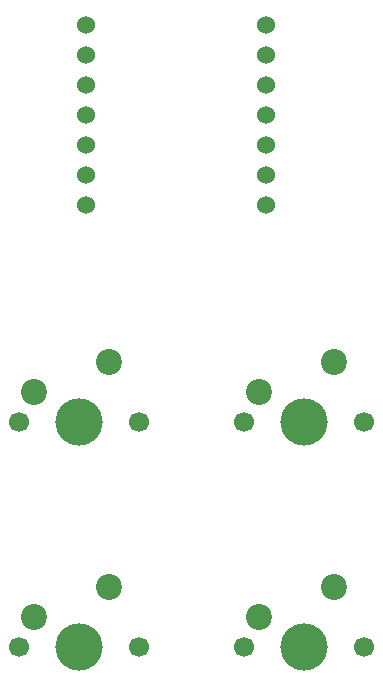
<source format=gbr>
%TF.GenerationSoftware,KiCad,Pcbnew,8.0.8-8.0.8-0~ubuntu24.04.1*%
%TF.CreationDate,2025-02-20T15:32:55-05:00*%
%TF.ProjectId,projects,70726f6a-6563-4747-932e-6b696361645f,rev?*%
%TF.SameCoordinates,Original*%
%TF.FileFunction,Soldermask,Bot*%
%TF.FilePolarity,Negative*%
%FSLAX46Y46*%
G04 Gerber Fmt 4.6, Leading zero omitted, Abs format (unit mm)*
G04 Created by KiCad (PCBNEW 8.0.8-8.0.8-0~ubuntu24.04.1) date 2025-02-20 15:32:55*
%MOMM*%
%LPD*%
G01*
G04 APERTURE LIST*
%ADD10C,1.700000*%
%ADD11C,4.000000*%
%ADD12C,2.200000*%
%ADD13C,1.524000*%
G04 APERTURE END LIST*
D10*
%TO.C,SW4*%
X90170000Y-92868750D03*
D11*
X95250000Y-92868750D03*
D10*
X100330000Y-92868750D03*
D12*
X97790000Y-87788750D03*
X91440000Y-90328750D03*
%TD*%
D10*
%TO.C,SW1*%
X71120000Y-73818750D03*
D11*
X76200000Y-73818750D03*
D10*
X81280000Y-73818750D03*
D12*
X78740000Y-68738750D03*
X72390000Y-71278750D03*
%TD*%
D13*
%TO.C,U1*%
X76771000Y-40185750D03*
X76771000Y-42725750D03*
X76771000Y-45265750D03*
X76771000Y-47805750D03*
X76771000Y-50345750D03*
X76771000Y-52885750D03*
X76771000Y-55425750D03*
X92011000Y-55425750D03*
X92011000Y-52885750D03*
X92011000Y-50345750D03*
X92011000Y-47805750D03*
X92011000Y-45265750D03*
X92011000Y-42725750D03*
X92011000Y-40185750D03*
%TD*%
D10*
%TO.C,SW3*%
X71120000Y-92868750D03*
D11*
X76200000Y-92868750D03*
D10*
X81280000Y-92868750D03*
D12*
X78740000Y-87788750D03*
X72390000Y-90328750D03*
%TD*%
D10*
%TO.C,SW2*%
X90170000Y-73818750D03*
D11*
X95250000Y-73818750D03*
D10*
X100330000Y-73818750D03*
D12*
X97790000Y-68738750D03*
X91440000Y-71278750D03*
%TD*%
M02*

</source>
